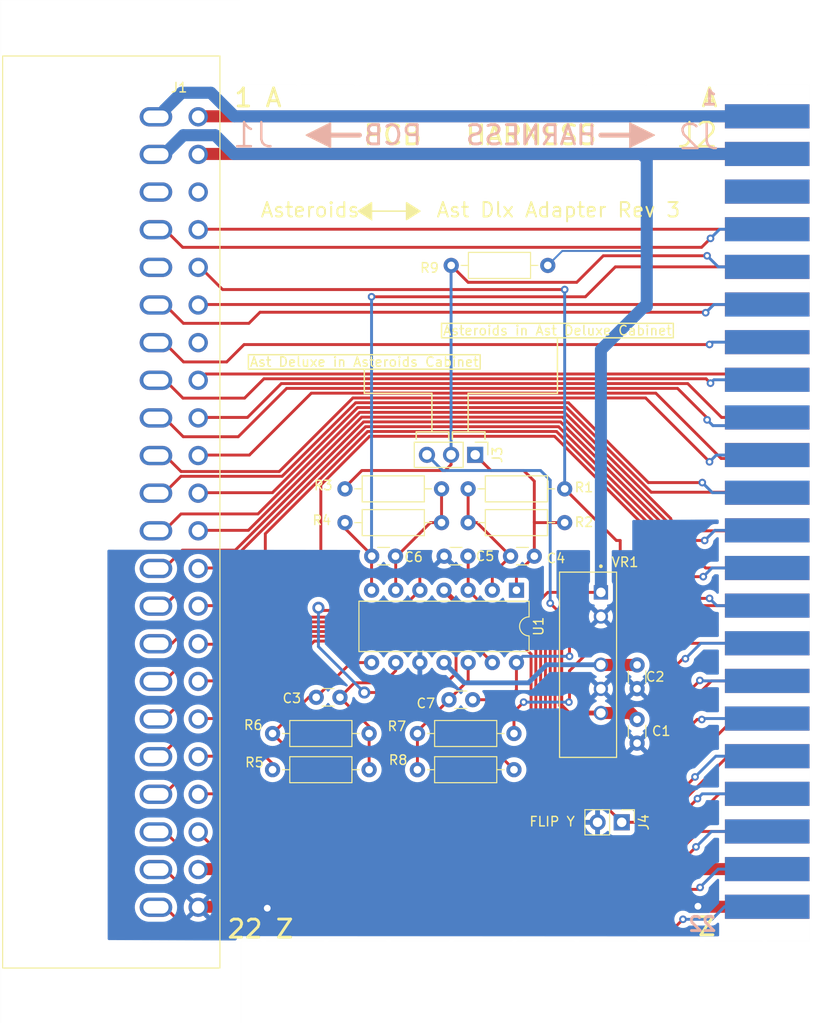
<source format=kicad_pcb>
(kicad_pcb (version 20211014) (generator pcbnew)
  (title_block (title "Asteroids to Asteroids Deluxe Adapter") (date "2022-05-20") (rev "3"))
  (layers (0 "F.Cu" signal) (31 "B.Cu" signal) (34 "B.Paste" user) (35 "F.Paste" user) (36 "B.SilkS" user "B.Silkscreen") (37 "F.SilkS" user "F.Silkscreen") (38 "B.Mask" user) (39 "F.Mask" user) (44 "Edge.Cuts" user))
  (net 0 "")
  (net 1 "+15V")
  (net 2 "GND")
  (net 3 "VCC")
  (net 4 "Audio_1_out")
  (net 5 "Y_FLIPPED")
  (net 6 "-15V")
  (net 7 "Audio_2_out")
  (net 8 "+5V")
  (net 11 "START_1")
  (net 12 "START_2")
  (net 13 "ROT_RIGHT")
  (net 14 "Y_ORIG")
  (net 16 "Audio_2_in")
  (net 17 "COIN_SW1")
  (net 18 "COIN_SW2")
  (net 19 "ROT_LEFT")
  (net 20 "Net-(C4-Pad2)")
  (net 21 "GND2")
  (net 24 "Net-(C3-Pad1)")
  (net 25 "Net-(C4-Pad1)")
  (net 26 "Net-(C6-Pad1)")
  (net 27 "Net-(C7-Pad1)")
  (net 28 "Net-(C7-Pad2)")
  (net 31 "Net-(J1-Pad1)")
  (net 32 "Net-(J1-Pad4)")
  (net 33 "Net-(J1-Pad6)")
  (net 34 "Net-(J1-Pad7)")
  (net 35 "Net-(J1-Pad8)")
  (net 36 "Net-(J1-Pad9)")
  (net 37 "Net-(J1-Pad10)")
  (net 38 "Net-(J1-Pad11)")
  (net 39 "Net-(J1-Pad14)")
  (net 40 "Net-(J1-Pad16)")
  (net 41 "Net-(J1-Pad17)")
  (net 42 "/Y_INV")
  (net 43 "Net-(J1-Pad20)")
  (net 44 "Net-(J1-Pad21)")
  (net 45 "Net-(J1-Pad22)")
  (net 46 "Net-(J1-PadA)")
  (net 47 "Net-(J1-PadD)")
  (net 48 "Net-(J1-PadF)")
  (net 49 "Net-(J1-PadJ)")
  (net 50 "Net-(J1-PadK)")
  (net 51 "Net-(J1-PadL)")
  (net 52 "Net-(J1-PadM)")
  (net 53 "Net-(J1-PadR)")
  (net 54 "Net-(J1-PadT)")
  (net 55 "Net-(J1-PadU)")
  (net 56 "Net-(J1-PadV)")
  (net 57 "Net-(J1-PadW)")
  (net 58 "Net-(J1-PadX)")
  (footprint "Resistor_THT:R_Axial_DIN0207_L6.3mm_D2.5mm_P10.16mm_Horizontal" (layer "F.Cu") (at 145.034 124.714 180)
    (fp_text reference "R8")
    (fp_text value "Yageo 1K ohm 1% thin film TH" hide)
  )
  (footprint "Resistor_THT:R_Axial_DIN0207_L6.3mm_D2.5mm_P10.16mm_Horizontal" (layer "F.Cu") (at 150.368 98.7044 180)
    (fp_text reference "R2")
    (fp_text value "Yageo 10K ohm 1% thin film TH" hide)
  )
  (footprint "Capacitor_THT:C_Disc_D3.0mm_W1.6mm_P2.50mm" (layer "F.Cu") (at 157.988 116.185 90)
    (fp_text reference "C2")
    (fp_text value "Kemet 10 uF 25V MLCC TH" hide)
  )
  (footprint "Resistor_THT:R_Axial_DIN0207_L6.3mm_D2.5mm_P10.16mm_Horizontal" (layer "F.Cu") (at 127.254 98.7044)
    (fp_text reference "R4")
    (fp_text value "Yageo 10K ohm 1% thin film TH" hide)
  )
  (footprint "Resistor_THT:R_Axial_DIN0207_L6.3mm_D2.5mm_P10.16mm_Horizontal" (layer "F.Cu") (at 140.208 95.1484)
    (fp_text reference "R1")
    (fp_text value "Yageo 1K ohm 1% thin film TH" hide)
  )
  (footprint "asteroids-adapter:CONV_PDM1-S5-D15-S" (layer "F.Cu") (at 154.178 106.045 -90)
    (fp_text reference "VR1")
    (fp_text value "CUI  PDM1-S5-D15-S")
  )
  (footprint "Resistor_THT:R_Axial_DIN0207_L6.3mm_D2.5mm_P10.16mm_Horizontal" (layer "F.Cu") (at 129.794 124.714 180)
    (fp_text reference "R5")
    (fp_text value "Yageo 10K ohm 1% thin film TH" hide)
  )
  (footprint "Capacitor_THT:C_Disc_D3.0mm_W1.6mm_P2.50mm" (layer "F.Cu") (at 157.988 121.92 90)
    (fp_text reference "C1")
    (fp_text value "Kemet 10 uF 25V MLCC TH" hide)
  )
  (footprint "Resistor_THT:R_Axial_DIN0207_L6.3mm_D2.5mm_P10.16mm_Horizontal" (layer "F.Cu") (at 134.874 120.904)
    (fp_text reference "R7")
    (fp_text value "Yageo 10K ohm 1% thin film TH" hide)
  )
  (footprint "Capacitor_THT:C_Disc_D3.0mm_W1.6mm_P2.50mm" (layer "F.Cu") (at 126.726 117.094 180)
    (fp_text reference "C3")
    (fp_text value " Kemet MLCC 100 pF 5% 25V TH" hide)
  )
  (footprint "Resistor_THT:R_Axial_DIN0207_L6.3mm_D2.5mm_P10.16mm_Horizontal" (layer "F.Cu") (at 127.254 95.1484)
    (fp_text reference "R3")
    (fp_text value "Yageo 10K ohm 1% thin film TH" hide)
  )
  (footprint "Package_DIP:DIP-14_W7.62mm" (layer "F.Cu") (at 145.293 105.8164 -90)
    (fp_text reference "U1")
    (fp_text value "TL074")
  )
  (footprint "asteroids-adapter:edge 44-pin 0.156 inch" (layer "F.Cu") (at 167.2336 55.9308 -90)
    (fp_text reference "J2")
    (fp_text value "Asteroids harness connector" hide)
  )
  (footprint "asteroids-adapter: EDAC 44-pin edge 0.156 universal" (layer "F.Cu") (at 109.2708 97.5868 -90)
    (fp_text reference "J1")
    (fp_text value "Asteroids Connector EDAC  307-044-558-201  44-pin edge connector, 0.156\" right angle" hide)
  )
  (footprint "Capacitor_THT:C_Disc_D3.0mm_W1.6mm_P2.50mm" (layer "F.Cu") (at 144.673 102.235)
    (fp_text reference "C4")
    (fp_text value " Kemet MLCC 100 pF 5% 25V TH" hide)
  )
  (footprint "Resistor_THT:R_Axial_DIN0207_L6.3mm_D2.5mm_P10.16mm_Horizontal" (layer "F.Cu") (at 119.634 120.904)
    (fp_text reference "R6")
    (fp_text value "Yageo 10K ohm 1% thin film TH" hide)
  )
  (footprint "Capacitor_THT:C_Disc_D3.0mm_W1.6mm_P2.50mm" (layer "F.Cu") (at 132.568 102.235 180)
    (fp_text reference "C6")
    (fp_text value " Kemet MLCC 100 pF 5% 25V TH" hide)
  )
  (footprint "Connector_PinHeader_2.54mm:PinHeader_1x03_P2.54mm_Vertical" (layer "F.Cu") (at 140.955 91.567 -90)
    (fp_text reference "J3")
    (fp_text value "Audio Gain")
  )
  (footprint "Connector_PinHeader_2.54mm:PinHeader_1x02_P2.54mm_Vertical" (layer "F.Cu") (at 156.3674 130.2512 -90)
    (fp_text reference "J4")
    (fp_text value "FLIP Y")
  )
  (footprint "Capacitor_THT:C_Disc_D3.0mm_W1.6mm_P2.50mm" (layer "F.Cu") (at 138.196 117.348)
    (fp_text reference "C7")
    (fp_text value " Kemet MLCC 100 pF 5% 25V TH" hide)
  )
  (footprint "Capacitor_THT:C_Disc_D3.0mm_W1.6mm_P2.50mm" (layer "F.Cu") (at 137.688 102.235)
    (fp_text reference "C5")
    (fp_text value "Kemet 10 uF 25V MLCC TH" hide)
  )
  (footprint "Resistor_THT:R_Axial_DIN0207_L6.3mm_D2.5mm_P10.16mm_Horizontal" (layer "F.Cu") (at 148.59 71.628 180)
    (fp_text reference "R9")
    (fp_text value "Yageo 1Mohm 1% thin film TH_1" hide)
  )
  (gr_poly (pts (xy 125.73 56.642) (xy 123.19 57.912) (xy 125.73 59.182)) (layer "B.SilkS") (width 0.15) (fill solid))
  (gr_poly (pts (xy 157.226 59.182) (xy 159.766 57.912) (xy 157.226 56.642)) (layer "B.SilkS") (width 0.15) (fill solid))
  (gr_line (start 154.178 57.912) (end 159.258 57.912) (layer "B.SilkS") (width 0.508))
  (gr_line (start 128.778 57.912) (end 123.698 57.912) (layer "B.SilkS") (width 0.508))
  (gr_line (start 134.747 89.916) (end 134.747 89.154) (layer "F.SilkS") (width 0.15))
  (gr_line (start 129.286 85.09) (end 136.398 85.09) (layer "F.SilkS") (width 0.15))
  (gr_line (start 140.208 85.09) (end 140.208 89.154) (layer "F.SilkS") (width 0.15))
  (gr_line (start 138.176 89.154) (end 138.176 89.916) (layer "F.SilkS") (width 0.15))
  (gr_poly (pts (xy 125.73 59.182) (xy 123.19 57.912) (xy 125.73 56.642)) (layer "F.SilkS") (width 0.15) (fill solid))
  (gr_line (start 134.747 89.154) (end 138.176 89.154) (layer "F.SilkS") (width 0.15))
  (gr_line (start 129.286 82.55) (end 129.286 85.09) (layer "F.SilkS") (width 0.15))
  (gr_line (start 141.986 89.154) (end 141.986 89.916) (layer "F.SilkS") (width 0.15))
  (gr_line (start 140.208 85.09) (end 149.606 85.09) (layer "F.SilkS") (width 0.15))
  (gr_rect (start 117.094 81.026) (end 141.478 82.55) (layer "F.SilkS") (width 0.15) (fill none))
  (gr_poly (pts (xy 133.731 65.024) (xy 135.128 65.913) (xy 133.731 66.802)) (layer "F.SilkS") (width 0.15) (fill solid))
  (gr_poly (pts (xy 130.048 66.802) (xy 128.651 65.913) (xy 130.048 65.024)) (layer "F.SilkS") (width 0.15) (fill solid))
  (gr_line (start 138.557 89.154) (end 141.986 89.154) (layer "F.SilkS") (width 0.15))
  (gr_line (start 138.557 89.916) (end 138.557 89.154) (layer "F.SilkS") (width 0.15))
  (gr_line (start 129.921 65.913) (end 133.731 65.913) (layer "F.SilkS") (width 0.15))
  (gr_poly (pts (xy 157.226 56.642) (xy 159.766 57.912) (xy 157.226 59.182)) (layer "F.SilkS") (width 0.15) (fill solid))
  (gr_line (start 159.258 57.912) (end 154.178 57.912) (layer "F.SilkS") (width 0.508))
  (gr_line (start 149.606 85.09) (end 149.606 79.248) (layer "F.SilkS") (width 0.15))
  (gr_line (start 136.398 85.09) (end 136.398 89.154) (layer "F.SilkS") (width 0.15))
  (gr_rect (start 137.414 77.724) (end 161.798 79.248) (layer "F.SilkS") (width 0.15) (fill none))
  (gr_line (start 123.698 57.912) (end 128.778 57.912) (layer "F.SilkS") (width 0.508))
  (gr_poly (pts (xy 116.332 142.748) (xy 116.332 151.384) (xy 91.0082 151.384) (xy 91.0082 43.688) (xy 116.197069 43.688) (xy 116.205 52.626833) (xy 176.149 52.6542) (xy 176.149 65.151) (xy 167.1828 65.151) (xy 167.1828 66.54) (xy 176.149 66.54) (xy 176.1744 142.7734)) (layer "Edge.Cuts") (width 0.00254) (fill none))
  (gr_text "J1" (at 117.602 57.912) (layer "B.SilkS") (effects (font (size 2.54 2.54) (thickness 0.254)) (justify mirror)))
  (gr_text "1" (at 165.608 53.975) (layer "B.SilkS") (effects (font (size 1.5 1.5) (thickness 0.3)) (justify mirror)))
  (gr_text "HARNESS   PCB" (at 141.478 57.912) (layer "B.SilkS") (effects (font (size 2.032 2.032) (thickness 0.3)) (justify mirror)))
  (gr_text "22" (at 164.846 140.97) (layer "B.SilkS") (effects (font (size 1.5 1.5) (thickness 0.3)) (justify mirror)))
  (gr_text "J2" (at 164.465 58.1152) (layer "B.SilkS") (effects (font (size 2.54 2.54) (thickness 0.254)) (justify mirror)))
  (gr_text "A" (at 165.608 53.975) (layer "F.SilkS") (effects (font (size 1.905 1.905) (thickness 0.3)) (justify mirror)))
  (gr_text "Asteroids       Ast Dlx Adapter Rev ${REVISION}" (at 140.462 65.786) (layer "F.SilkS") (effects (font (size 1.524 1.524) (thickness 0.2032))))
  (gr_text "PCB   HARNESS" (at 141.478 57.912) (layer "F.SilkS") (effects (font (size 2.032 2.032) (thickness 0.3))))
  (gr_text "Asteroids in Ast Deluxe Cabinet" (at 149.606 78.486) (layer "F.SilkS") (effects (font (size 1 1))))
  (gr_text "Z" (at 165.3286 141.224) (layer "F.SilkS") (effects (font (size 1.905 1.905) (thickness 0.3))))
  (gr_text "22 Z" (at 118.364 141.478) (layer "F.SilkS") (effects (font (size 1.905 1.905) (thickness 0.3))))
  (gr_text "1 A" (at 118.11 53.975) (layer "F.SilkS") (effects (font (size 1.905 1.905) (thickness 0.3))))
  (gr_text "Ast Deluxe in Asteroids Cabinet" (at 129.286 81.788) (layer "F.SilkS") (effects (font (size 1 1))))
  (segment (start 154.178 118.745) (end 150.749 118.745) (width 0.508) (layer "F.Cu") (net 1))
  (segment (start 147.16392 108.04792) (end 139.90452 108.04792) (width 0.508) (layer "F.Cu") (net 1))
  (segment (start 149.95792 110.84192) (end 147.16392 108.04792) (width 0.508) (layer "F.Cu") (net 1))
  (segment (start 139.90452 108.04792) (end 137.673 105.8164) (width 0.508) (layer "F.Cu") (net 1))
  (segment (start 150.749 118.745) (end 149.95792 117.95392) (width 0.508) (layer "F.Cu") (net 1))
  (segment (start 157.313 118.745) (end 157.988 119.42) (width 1.27) (layer "F.Cu") (net 1))
  (segment (start 149.95792 117.95392) (end 149.95792 110.84192) (width 0.508) (layer "F.Cu") (net 1))
  (segment (start 154.258 118.745) (end 157.313 118.745) (width 1.27) (layer "F.Cu") (net 1))
  (segment (start 118.9228 139.1412) (end 119.0752 139.2936) (width 1.27) (layer "F.Cu") (net 2))
  (segment (start 171.6786 139.1412) (end 164.4396 139.1412) (width 1.27) (layer "F.Cu") (net 2))
  (segment (start 111.9886 139.1412) (end 118.9228 139.1412) (width 1.27) (layer "F.Cu") (net 2))
  (segment (start 164.4396 139.1412) (end 164.3888 139.0904) (width 1.27) (layer "F.Cu") (net 2))
  (via (at 119.0752 139.2936) (size 1.27) (drill 0.7112) (layers "F.Cu" "B.Cu") (net 2))
  (via (at 164.3888 139.0904) (size 1.27) (drill 0.7112) (layers "F.Cu" "B.Cu") (net 2))
  (segment (start 111.9886 59.8932) (end 171.6786 59.8932) (width 1.27) (layer "F.Cu") (net 3))
  (segment (start 137.795 93.218) (end 138.415 92.598) (width 0.3048) (layer "F.Cu") (net 4))
  (segment (start 154.432 70.612) (end 165.354 70.612) (width 0.3048) (layer "F.Cu") (net 4))
  (segment (start 138.415 92.598) (end 138.415 91.567) (width 0.3048) (layer "F.Cu") (net 4))
  (segment (start 140.208 73.406) (end 151.638 73.406) (width 0.3048) (layer "F.Cu") (net 4))
  (segment (start 129.032 93.218) (end 137.795 93.218) (width 0.3048) (layer "F.Cu") (net 4))
  (segment (start 138.43 71.628) (end 140.208 73.406) (width 0.3048) (layer "F.Cu") (net 4))
  (segment (start 151.638 73.406) (end 154.432 70.612) (width 0.3048) (layer "F.Cu") (net 4))
  (segment (start 127.254 94.996) (end 129.032 93.218) (width 0.3048) (layer "F.Cu") (net 4))
  (via (at 165.354 70.612) (size 0.8) (drill 0.4) (layers "F.Cu" "B.Cu") (net 4))
  (segment (start 138.415 91.567) (end 138.415 71.643) (width 0.3048) (layer "B.Cu") (net 4))
  (segment (start 165.354 70.612) (end 166.5224 71.7804) (width 0.3048) (layer "B.Cu") (net 4))
  (segment (start 138.415 71.643) (end 138.43 71.628) (width 0.3048) (layer "B.Cu") (net 4))
  (segment (start 166.5224 71.7804) (end 171.6786 71.7804) (width 0.3048) (layer "B.Cu") (net 4))
  (segment (start 121.158 122.428) (end 121.158 125.476) (width 0.3048) (layer "F.Cu") (net 5))
  (segment (start 127.8836 113.4364) (end 130.053 113.4364) (width 0.3048) (layer "F.Cu") (net 5))
  (segment (start 124.226 117.094) (end 127.8836 113.4364) (width 0.3048) (layer "F.Cu") (net 5))
  (segment (start 119.634 120.904) (end 123.444 117.094) (width 0.3048) (layer "F.Cu") (net 5))
  (segment (start 162.5784 126.9816) (end 164.084 125.476) (width 0.3048) (layer "F.Cu") (net 5))
  (segment (start 122.6636 126.9816) (end 162.5784 126.9816) (width 0.3048) (layer "F.Cu") (net 5))
  (segment (start 119.634 120.904) (end 121.158 122.428) (width 0.3048) (layer "F.Cu") (net 5))
  (segment (start 123.444 117.094) (end 124.226 117.094) (width 0.3048) (layer "F.Cu") (net 5))
  (segment (start 121.158 125.476) (end 122.6636 126.9816) (width 0.3048) (layer "F.Cu") (net 5))
  (via (at 164.084 125.476) (size 0.8) (drill 0.4) (layers "F.Cu" "B.Cu") (net 5))
  (segment (start 164.084 125.476) (end 166.2684 123.2916) (width 0.3048) (layer "B.Cu") (net 5))
  (segment (start 166.2684 123.2916) (end 171.6786 123.2916) (width 0.3048) (layer "B.Cu") (net 5))
  (segment (start 157.988 113.685) (end 154.198 113.685) (width 1.27) (layer "F.Cu") (net 6))
  (segment (start 139.8066 115.57) (end 146.558 115.57) (width 0.508) (layer "B.Cu") (net 6))
  (segment (start 137.673 113.4364) (end 139.8066 115.57) (width 0.508) (layer "B.Cu") (net 6))
  (segment (start 148.463 113.665) (end 154.178 113.665) (width 0.508) (layer "B.Cu") (net 6))
  (segment (start 146.558 115.57) (end 148.463 113.665) (width 0.508) (layer "B.Cu") (net 6))
  (segment (start 155.702 71.7804) (end 171.6786 71.7804) (width 0.3048) (layer "F.Cu") (net 7))
  (segment (start 152.5524 74.93) (end 155.702 71.7804) (width 0.3048) (layer "F.Cu") (net 7))
  (segment (start 127.254 99.314) (end 130.068 102.128) (width 0.3048) (layer "F.Cu") (net 7))
  (segment (start 130.053 105.8164) (end 130.053 102.25) (width 0.3048) (layer "F.Cu") (net 7))
  (segment (start 130.048 74.93) (end 152.5524 74.93) (width 0.3048) (layer "F.Cu") (net 7))
  (via (at 130.048 74.93) (size 0.8) (drill 0.4) (layers "F.Cu" "B.Cu") (net 7))
  (segment (start 130.048 74.93) (end 130.048 102.215) (width 0.3048) (layer "B.Cu") (net 7))
  (segment (start 140.213 105.8164) (end 140.213 103.767) (width 0.3048) (layer "F.Cu") (net 8))
  (segment (start 141.8386 107.442) (end 147.193 107.442) (width 0.3048) (layer "F.Cu") (net 8))
  (segment (start 140.213 105.8164) (end 141.8386 107.442) (width 0.3048) (layer "F.Cu") (net 8))
  (segment (start 138.938 112.522) (end 139.78024 111.67976) (width 0.3048) (layer "F.Cu") (net 8))
  (segment (start 124.46 107.66694) (end 124.74306 107.95) (width 0.3048) (layer "F.Cu") (net 8))
  (segment (start 148.59 106.045) (end 154.178 106.045) (width 0.3048) (layer "F.Cu") (net 8))
  (segment (start 140.213 103.767) (end 140.213 102.26) (width 0.3048) (layer "F.Cu") (net 8))
  (segment (start 129.286 116.586) (end 136.906 116.586) (width 0.3048) (layer "F.Cu") (net 8))
  (segment (start 132.9994 107.95) (end 135.133 105.8164) (width 0.3048) (layer "F.Cu") (net 8))
  (segment (start 135.613 103.767) (end 135.133 104.247) (width 0.3048) (layer "F.Cu") (net 8))
  (segment (start 135.133 104.247) (end 135.133 105.8164) (width 0.3048) (layer "F.Cu") (net 8))
  (segment (start 138.938 114.554) (end 138.938 112.522) (width 0.3048) (layer "F.Cu") (net 8))
  (segment (start 147.193 107.442) (end 148.59 106.045) (width 0.3048) (layer "F.Cu") (net 8))
  (segment (start 124.74306 107.95) (end 132.9994 107.95) (width 0.3048) (layer "F.Cu") (net 8))
  (segment (start 140.99636 111.67976) (end 142.753 113.4364) (width 0.3048) (layer "F.Cu") (net 8))
  (segment (start 139.78024 111.67976) (end 140.99636 111.67976) (width 0.3048) (layer "F.Cu") (net 8))
  (segment (start 136.906 116.586) (end 138.938 114.554) (width 0.3048) (layer "F.Cu") (net 8))
  (segment (start 140.213 103.767) (end 135.613 103.767) (width 0.3048) (layer "F.Cu") (net 8))
  (via (at 129.286 116.586) (size 1.27) (drill 0.7112) (layers "F.Cu" "B.Cu") (net 8))
  (via (at 124.46 107.66694) (size 1.27) (drill 0.7112) (layers "F.Cu" "B.Cu") (net 8))
  (segment (start 158.4452 59.8932) (end 115.5732 59.8932) (width 1.27) (layer "B.Cu") (net 8))
  (segment (start 154.178 106.045) (end 154.178 80.518) (width 1.27) (layer "B.Cu") (net 8))
  (segment (start 150.114 70.104) (end 159.004 70.104) (width 0.2) (layer "B.Cu") (net 8))
  (segment (start 171.6786 59.8932) (end 158.4452 59.8932) (width 1.27) (layer "B.Cu") (net 8))
  (segment (start 113.6 57.92) (end 110.2464 57.92) (width 1.27) (layer "B.Cu") (net 8))
  (segment (start 159.004 75.946) (end 159.004 71.628) (width 1.27) (layer "B.Cu") (net 8))
  (segment (start 154.178 80.518) (end 158.75 75.946) (width 1.27) (layer "B.Cu") (net 8))
  (segment (start 159.004 71.628) (end 159.004 60.452) (width 1.27) (layer "B.Cu") (net 8))
  (segment (start 159.004 60.452) (end 158.4452 59.8932) (width 1.27) (layer "B.Cu") (net 8))
  (segment (start 158.75 75.946) (end 159.004 75.946) (width 1.27) (layer "B.Cu") (net 8))
  (segment (start 115.5732 59.8932) (end 113.6 57.92) (width 1.27) (layer "B.Cu") (net 8))
  (segment (start 110.2464 57.92) (end 108.274 59.8924) (width 1.27) (layer "B.Cu") (net 8))
  (segment (start 124.46 111.76) (end 124.46 107.66694) (width 0.3048) (layer "B.Cu") (net 8))
  (segment (start 129.286 116.586) (end 124.46 111.76) (width 0.3048) (layer "B.Cu") (net 8))
  (segment (start 148.59 71.628) (end 150.114 70.104) (width 0.2) (layer "B.Cu") (net 8))
  (segment (start 108.274 99.5164) (end 110.0004 97.79) (width 0.3048) (layer "F.Cu") (net 11))
  (segment (start 110.0004 97.79) (end 118.09992 97.79) (width 0.3048) (layer "F.Cu") (net 11))
  (segment (start 161.52928 98.2732) (end 161.52928 98.380848) (width 0.3048) (layer "F.Cu") (net 11))
  (segment (start 161.52928 98.380848) (end 162.716432 99.568) (width 0.3048) (layer "F.Cu") (net 11))
  (segment (start 118.09992 97.79) (end 128.79736 87.09256) (width 0.3048) (layer "F.Cu") (net 11))
  (segment (start 162.716432 99.568) (end 171.6278 99.568) (width 0.3048) (layer "F.Cu") (net 11))
  (segment (start 128.79736 87.09256) (end 150.34864 87.09256) (width 0.3048) (layer "F.Cu") (net 11))
  (segment (start 150.34864 87.09256) (end 161.52928 98.2732) (width 0.3048) (layer "F.Cu") (net 11))
  (segment (start 115.716352 101.6) (end 129.215152 88.1012) (width 0.3048) (layer "F.Cu") (net 12))
  (segment (start 160.52064 98.79864) (end 165.2016 103.4796) (width 0.3048) (layer "F.Cu") (net 12))
  (segment (start 108.274 103.4788) (end 110.1528 101.6) (width 0.3048) (layer "F.Cu") (net 12))
  (segment (start 110.1528 101.6) (end 115.716352 101.6) (width 0.3048) (layer "F.Cu") (net 12))
  (segment (start 149.930848 88.1012) (end 160.52064 98.690992) (width 0.3048) (layer "F.Cu") (net 12))
  (segment (start 129.215152 88.1012) (end 149.930848 88.1012) (width 0.3048) (layer "F.Cu") (net 12))
  (segment (start 165.2016 103.4796) (end 171.6786 103.4796) (width 0.3048) (layer "F.Cu") (net 12))
  (segment (start 160.52064 98.690992) (end 160.52064 98.79864) (width 0.3048) (layer "F.Cu") (net 12))
  (segment (start 121.126324 108.65384) (end 146.75384 108.65384) (width 0.3048) (layer "F.Cu") (net 13))
  (segment (start 161.036 122.682) (end 161.036 112.522) (width 0.3048) (layer "F.Cu") (net 13))
  (segment (start 149.352 111.252) (end 149.352 123.746784) (width 0.3048) (layer "F.Cu") (net 13))
  (segment (start 149.557216 123.952) (end 159.766 123.952) (width 0.3048) (layer "F.Cu") (net 13))
  (segment (start 149.352 123.746784) (end 149.557216 123.952) (width 0.3048) (layer "F.Cu") (net 13))
  (segment (start 108.274 111.4036) (end 109.0684 111.4036) (width 0.3048) (layer "F.Cu") (net 13))
  (segment (start 162.1536 111.4044) (end 171.6786 111.4044) (width 0.3048) (layer "F.Cu") (net 13))
  (segment (start 146.75384 108.65384) (end 149.352 111.252) (width 0.3048) (layer "F.Cu") (net 13))
  (segment (start 109.0684 111.4036) (end 110.9472 109.5248) (width 0.3048) (layer "F.Cu") (net 13))
  (segment (start 159.766 123.952) (end 161.036 122.682) (width 0.3048) (layer "F.Cu") (net 13))
  (segment (start 110.9472 109.5248) (end 120.255364 109.5248) (width 0.3048) (layer "F.Cu") (net 13))
  (segment (start 161.036 112.522) (end 162.1536 111.4044) (width 0.3048) (layer "F.Cu") (net 13))
  (segment (start 120.255364 109.5248) (end 121.126324 108.65384) (width 0.3048) (layer "F.Cu") (net 13))
  (segment (start 108.274 122.866) (end 109.982 121.158) (width 0.3048) (layer "F.Cu") (net 14))
  (segment (start 109.982 121.158) (end 116.713 121.158) (width 0.3048) (layer "F.Cu") (net 14))
  (segment (start 116.713 121.158) (end 119.634 124.079) (width 0.3048) (layer "F.Cu") (net 14))
  (segment (start 156.21 100.584) (end 155.8036 100.584) (width 0.3048) (layer "F.Cu") (net 16))
  (segment (start 150.368 74.168) (end 114.3762 74.168) (width 0.3048) (layer "F.Cu") (net 16))
  (segment (start 150.876 117.53742) (end 150.876 114.3) (width 0.3048) (layer "F.Cu") (net 16))
  (segment (start 150.876 114.3) (end 156.21 108.966) (width 0.3048) (layer "F.Cu") (net 16))
  (segment (start 114.3762 74.168) (end 111.9886 71.7804) (width 0.3048) (layer "F.Cu") (net 16))
  (segment (start 146.05 117.602) (end 145.034 118.618) (width 0.3048) (layer "F.Cu") (net 16))
  (segment (start 145.034 118.618) (end 145.034 120.904) (width 0.3048) (layer "F.Cu") (net 16))
  (segment (start 150.812226 117.601194) (end 150.876 117.53742) (width 0.3048) (layer "F.Cu") (net 16))
  (segment (start 156.21 108.966) (end 156.21 100.584) (width 0.3048) (layer "F.Cu") (net 16))
  (segment (start 155.8036 100.584) (end 150.368 95.1484) (width 0.3048) (layer "F.Cu") (net 16))
  (via (at 150.812226 117.601194) (size 0.8) (drill 0.4) (layers "F.Cu" "B.Cu") (net 16))
  (via (at 146.05 117.602) (size 0.8) (drill 0.4) (layers "F.Cu" "B.Cu") (net 16))
  (via (at 150.368 74.168) (size 0.8) (drill 0.4) (layers "F.Cu" "B.Cu") (net 16))
  (segment (start 146.05 117.602) (end 150.81142 117.602) (width 0.3048) (layer "B.Cu") (net 16))
  (segment (start 150.81142 117.602) (end 150.812226 117.601194) (width 0.3048) (layer "B.Cu") (net 16))
  (segment (start 150.368 74.168) (end 150.368 95.1484) (width 0.3048) (layer "B.Cu") (net 16))
  (segment (start 163.019216 100.584) (end 161.02496 98.589744) (width 0.3048) (layer "F.Cu") (net 17))
  (segment (start 117.086736 99.5164) (end 111.83 99.5164) (width 0.3048) (layer "F.Cu") (net 17))
  (segment (start 165.1 100.584) (end 163.019216 100.584) (width 0.3048) (layer "F.Cu") (net 17))
  (segment (start 150.139744 87.59688) (end 129.006256 87.59688) (width 0.3048) (layer "F.Cu") (net 17))
  (segment (start 161.02496 98.482096) (end 150.139744 87.59688) (width 0.3048) (layer "F.Cu") (net 17))
  (segment (start 129.006256 87.59688) (end 117.086736 99.5164) (width 0.3048) (layer "F.Cu") (net 17))
  (segment (start 161.02496 98.589744) (end 161.02496 98.482096) (width 0.3048) (layer "F.Cu") (net 17))
  (via (at 165.1 100.584) (size 0.8) (drill 0.4) (layers "F.Cu" "B.Cu") (net 17))
  (segment (start 166.1668 99.5172) (end 171.6786 99.5172) (width 0.3048) (layer "B.Cu") (net 17))
  (segment (start 165.1 100.584) (end 166.1668 99.5172) (width 0.3048) (layer "B.Cu") (net 17))
  (segment (start 129.424048 88.60552) (end 114.550768 103.4788) (width 0.3048) (layer "F.Cu") (net 18))
  (segment (start 114.550768 103.4788) (end 111.83 103.4788) (width 0.3048) (layer "F.Cu") (net 18))
  (segment (start 164.9476 104.394) (end 163.068 104.394) (width 0.3048) (layer "F.Cu") (net 18))
  (segment (start 149.721952 88.60552) (end 129.424048 88.60552) (width 0.3048) (layer "F.Cu") (net 18))
  (segment (start 163.068 104.394) (end 160.01632 101.34232) (width 0.3048) (layer "F.Cu") (net 18))
  (segment (start 160.01632 98.899888) (end 149.721952 88.60552) (width 0.3048) (layer "F.Cu") (net 18))
  (segment (start 160.01632 101.34232) (end 160.01632 98.899888) (width 0.3048) (layer "F.Cu") (net 18))
  (via (at 164.9476 104.394) (size 0.8) (drill 0.4) (layers "F.Cu" "B.Cu") (net 18))
  (segment (start 164.9476 104.394) (end 165.862 103.4796) (width 0.3048) (layer "B.Cu") (net 18))
  (segment (start 165.862 103.4796) (end 171.6786 103.4796) (width 0.3048) (layer "B.Cu") (net 18))
  (segment (start 118.98738 111.506) (end 121.33522 109.15816) (width 0.3048) (layer "F.Cu") (net 19))
  (segment (start 161.54032 122.93968) (end 161.54032 114.3) (width 0.3048) (layer "F.Cu") (net 19))
  (segment (start 121.33522 109.15816) (end 146.544944 109.15816) (width 0.3048) (layer "F.Cu") (net 19))
  (segment (start 161.54032 114.3) (end 162.81032 113.03) (width 0.3048) (layer "F.Cu") (net 19))
  (segment (start 112.0902 111.506) (end 118.98738 111.506) (width 0.3048) (layer "F.Cu") (net 19))
  (segment (start 148.84768 123.95568) (end 149.352 124.46) (width 0.3048) (layer "F.Cu") (net 19))
  (segment (start 160.02 124.46) (end 161.54032 122.93968) (width 0.3048) (layer "F.Cu") (net 19))
  (segment (start 146.544944 109.15816) (end 148.84768 111.460896) (width 0.3048) (layer "F.Cu") (net 19))
  (segment (start 162.81032 113.03) (end 163.068 113.03) (width 0.3048) (layer "F.Cu") (net 19))
  (segment (start 148.84768 111.460896) (end 148.84768 123.95568) (width 0.3048) (layer "F.Cu") (net 19))
  (segment (start 149.352 124.46) (end 160.02 124.46) (width 0.3048) (layer "F.Cu") (net 19))
  (via (at 163.068 113.03) (size 0.8) (drill 0.4) (layers "F.Cu" "B.Cu") (net 19))
  (segment (start 164.6936 111.4044) (end 171.6786 111.4044) (width 0.3048) (layer "B.Cu") (net 19))
  (segment (start 163.068 113.03) (end 164.6936 111.4044) (width 0.3048) (layer "B.Cu") (net 19))
  (segment (start 147.173 98.659) (end 147.173 94.341) (width 0.3048) (layer "F.Cu") (net 20))
  (segment (start 147.173 98.659) (end 147.2184 98.7044) (width 0.3048) (layer "F.Cu") (net 20))
  (segment (start 142.606 93.218) (end 140.955 91.567) (width 0.3048) (layer "F.Cu") (net 20))
  (segment (start 147.2184 98.7044) (end 150.368 98.7044) (width 0.3048) (layer "F.Cu") (net 20))
  (segment (start 145.293 105.8164) (end 145.293 104.115) (width 0.3048) (layer "F.Cu") (net 20))
  (segment (start 146.05 93.218) (end 142.606 93.218) (width 0.3048) (layer "F.Cu") (net 20))
  (segment (start 145.293 104.115) (end 147.173 102.235) (width 0.3048) (layer "F.Cu") (net 20))
  (segment (start 147.173 94.341) (end 146.05 93.218) (width 0.3048) (layer "F.Cu") (net 20))
  (segment (start 147.173 98.659) (end 147.173 102.235) (width 0.3048) (layer "F.Cu") (net 20))
  (segment (start 111.9886 135.1788) (end 171.6786 135.1788) (width 1.27) (layer "F.Cu") (net 21))
  (segment (start 126.726 117.094) (end 128.25 115.57) (width 0.3048) (layer "F.Cu") (net 24))
  (segment (start 131.318 115.57) (end 132.593 114.295) (width 0.3048) (layer "F.Cu") (net 24))
  (segment (start 129.794 120.904) (end 129.794 124.714) (width 0.3048) (layer "F.Cu") (net 24))
  (segment (start 128.25 115.57) (end 131.318 115.57) (width 0.3048) (layer "F.Cu") (net 24))
  (segment (start 126.726 117.094) (end 129.794 120.162) (width 0.3048) (layer "F.Cu") (net 24))
  (segment (start 129.794 120.162) (end 129.794 120.904) (width 0.3048) (layer "F.Cu") (net 24))
  (segment (start 140.208 98.7044) (end 140.208 95.1484) (width 0.3048) (layer "F.Cu") (net 25))
  (segment (start 142.753 105.8164) (end 142.753 104.155) (width 0.3048) (layer "F.Cu") (net 25))
  (segment (start 141.1424 98.7044) (end 140.208 98.7044) (width 0.3048) (layer "F.Cu") (net 25))
  (segment (start 142.753 104.155) (end 144.673 102.235) (width 0.3048) (layer "F.Cu") (net 25))
  (segment (start 144.673 102.235) (end 141.1424 98.7044) (width 0.3048) (layer "F.Cu") (net 25))
  (segment (start 132.715 102.235) (end 136.2456 98.7044) (width 0.3048) (layer "F.Cu") (net 26))
  (segment (start 137.414 95.1484) (end 137.414 98.7044) (width 0.3048) (layer "F.Cu") (net 26))
  (segment (start 132.593 105.8164) (end 132.593 102.26) (width 0.3048) (layer "F.Cu") (net 26))
  (segment (start 136.2456 98.7044) (end 137.414 98.7044) (width 0.3048) (layer "F.Cu") (net 26))
  (segment (start 138.196 117.328) (end 140.213 115.311) (width 0.3048) (layer "F.Cu") (net 27))
  (segment (start 138.196 117.348) (end 134.874 120.67) (width 0.3048) (layer "F.Cu") (net 27))
  (segment (start 140.213 115.311) (end 140.213 113.4364) (width 0.3048) (layer "F.Cu") (net 27))
  (segment (start 134.874 120.904) (end 134.874 124.714) (width 0.3048) (layer "F.Cu") (net 27))
  (segment (start 143.891 117.729) (end 145.293 116.327) (width 0.3048) (layer "F.Cu") (net 28))
  (segment (start 150.876 109.22) (end 150.876 112.776) (width 0.3048) (layer "F.Cu") (net 28))
  (segment (start 143.256 122.936) (end 143.256 118.364) (width 0.3048) (layer "F.Cu") (net 28))
  (segment (start 148.844 107.188) (end 150.876 109.22) (width 0.3048) (layer "F.Cu") (net 28))
  (segment (start 143.256 118.364) (end 143.891 117.729) (width 0.3048) (layer "F.Cu") (net 28))
  (segment (start 143.51 117.348) (end 143.891 117.729) (width 0.3048) (layer "F.Cu") (net 28))
  (segment (start 145.034 124.714) (end 143.256 122.936) (width 0.3048) (layer "F.Cu") (net 28))
  (segment (start 140.696 117.348) (end 143.51 117.348) (width 0.3048) (layer "F.Cu") (net 28))
  (segment (start 145.293 116.327) (end 145.293 113.4364) (width 0.3048) (layer "F.Cu") (net 28))
  (via (at 150.876 112.776) (size 0.8) (drill 0.4) (layers "F.Cu" "B.Cu") (net 28))
  (via (at 148.844 107.188) (size 0.8) (drill 0.4) (layers "F.Cu" "B.Cu") (net 28))
  (segment (start 137.526 93.218) (end 135.875 91.567) (width 0.3048) (layer "B.Cu") (net 28))
  (segment (start 150.876 112.776) (end 145.9534 112.776) (width 0.3048) (layer "B.Cu") (net 28))
  (segment (start 148.844 94.234) (end 147.828 93.218) (width 0.3048) (layer "B.Cu") (net 28))
  (segment (start 145.9534 112.776) (end 145.293 113.4364) (width 0.3048) (layer "B.Cu") (net 28))
  (segment (start 147.828 93.218) (end 137.526 93.218) (width 0.3048) (layer "B.Cu") (net 28))
  (segment (start 148.844 107.188) (end 148.844 94.234) (width 0.3048) (layer "B.Cu") (net 28))
  (segment (start 110.06 53.45) (end 108.274 55.236) (width 1.27) (layer "B.Cu") (net 31))
  (segment (start 108.274 55.236) (end 108.274 55.93) (width 1.27) (layer "B.Cu") (net 31))
  (segment (start 113.14 53.45) (end 110.06 53.45) (width 1.27) (layer "B.Cu") (net 31))
  (segment (start 115.6208 55.9308) (end 113.14 53.45) (width 1.27) (layer "B.Cu") (net 31))
  (segment (start 171.6786 55.9308) (end 115.6208 55.9308) (width 1.27) (layer "B.Cu") (net 31))
  (segment (start 164.7698 69.723) (end 165.7096 68.7832) (width 0.3048) (layer "F.Cu") (net 32))
  (segment (start 108.274 67.8172) (end 110.1798 69.723) (width 0.3048) (layer "F.Cu") (net 32))
  (segment (start 110.1798 69.723) (end 164.7698 69.723) (width 0.3048) (layer "F.Cu") (net 32))
  (via (at 165.7096 68.7832) (size 0.8) (drill 0.4) (layers "F.Cu" "B.Cu") (net 32))
  (segment (start 166.6748 67.818) (end 171.6786 67.818) (width 0.3048) (layer "B.Cu") (net 32))
  (segment (start 165.7096 68.7832) (end 166.6748 67.818) (width 0.3048) (layer "B.Cu") (net 32))
  (segment (start 108.274 75.742) (end 110.256 77.724) (width 0.3048) (layer "F.Cu") (net 33))
  (segment (start 117.1448 77.724) (end 118.3132 76.5556) (width 0.3048) (layer "F.Cu") (net 33))
  (segment (start 118.3132 76.5556) (end 165.1508 76.5556) (width 0.3048) (layer "F.Cu") (net 33))
  (segment (start 165.1508 76.5556) (end 165.2016 76.6064) (width 0.3048) (layer "F.Cu") (net 33))
  (segment (start 110.256 77.724) (end 117.1448 77.724) (width 0.3048) (layer "F.Cu") (net 33))
  (via (at 165.2016 76.6064) (size 0.8) (drill 0.4) (layers "F.Cu" "B.Cu") (net 33))
  (segment (start 166.0652 75.7428) (end 171.6786 75.7428) (width 0.3048) (layer "B.Cu") (net 33))
  (segment (start 165.2016 76.6064) (end 166.0652 75.7428) (width 0.3048) (layer "B.Cu") (net 33))
  (segment (start 114.808 81.788) (end 116.6368 79.9592) (width 0.3048) (layer "F.Cu") (net 34))
  (segment (start 110.2664 81.788) (end 114.808 81.788) (width 0.3048) (layer "F.Cu") (net 34))
  (segment (start 108.274 79.7956) (end 110.2664 81.788) (width 0.3048) (layer "F.Cu") (net 34))
  (segment (start 165.608 79.952) (end 165.61 79.95) (width 0.3048) (layer "F.Cu") (net 34))
  (segment (start 116.6368 79.9592) (end 165.608 79.9592) (width 0.3048) (layer "F.Cu") (net 34))
  (segment (start 165.608 79.9592) (end 165.608 79.952) (width 0.3048) (layer "F.Cu") (net 34))
  (via (at 165.61 79.95) (size 0.8) (drill 0.4) (layers "F.Cu" "B.Cu") (net 34))
  (segment (start 165.61 79.95) (end 165.8548 79.7052) (width 0.3048) (layer "B.Cu") (net 34))
  (segment (start 165.8548 79.7052) (end 171.6786 79.7052) (width 0.3048) (layer "B.Cu") (net 34))
  (segment (start 165.24872 83.56232) (end 118.72328 83.56232) (width 0.3048) (layer "F.Cu") (net 35))
  (segment (start 110.2052 85.598) (end 108.274 83.6668) (width 0.3048) (layer "F.Cu") (net 35))
  (segment (start 165.7096 84.0232) (end 165.24872 83.56232) (width 0.3048) (layer "F.Cu") (net 35))
  (segment (start 116.6876 85.598) (end 110.2052 85.598) (width 0.3048) (layer "F.Cu") (net 35))
  (segment (start 118.72328 83.56232) (end 116.6876 85.598) (width 0.3048) (layer "F.Cu") (net 35))
  (via (at 165.7096 84.0232) (size 0.8) (drill 0.4) (layers "F.Cu" "B.Cu") (net 35))
  (segment (start 165.7096 84.0232) (end 166.0652 83.6676) (width 0.3048) (layer "B.Cu") (net 35))
  (segment (start 166.0652 83.6676) (end 171.6786 83.6676) (width 0.3048) (layer "B.Cu") (net 35))
  (segment (start 162.24416 84.57096) (end 165.354 87.6808) (width 0.3048) (layer "F.Cu") (net 36))
  (segment (start 165.354 87.6808) (end 165.354 87.884) (width 0.3048) (layer "F.Cu") (net 36))
  (segment (start 108.274 87.7) (end 110.236 89.662) (width 0.3048) (layer "F.Cu") (net 36))
  (segment (start 116.023748 89.662) (end 121.114788 84.57096) (width 0.3048) (layer "F.Cu") (net 36))
  (segment (start 121.114788 84.57096) (end 162.24416 84.57096) (width 0.3048) (layer "F.Cu") (net 36))
  (segment (start 110.236 89.662) (end 116.023748 89.662) (width 0.3048) (layer "F.Cu") (net 36))
  (via (at 165.354 87.884) (size 0.8) (drill 0.4) (layers "F.Cu" "B.Cu") (net 36))
  (segment (start 165.354 87.884) (end 165.9636 88.4936) (width 0.3048) (layer "B.Cu") (net 36))
  (segment (start 165.9636 88.4936) (end 170.815 88.4936) (width 0.3048) (layer "B.Cu") (net 36))
  (segment (start 158.884 85.5796) (end 165.608 92.3036) (width 0.3048) (layer "F.Cu") (net 37))
  (segment (start 120.34152 93.32328) (end 128.0852 85.5796) (width 0.3048) (layer "F.Cu") (net 37))
  (segment (start 110.00568 93.32328) (end 120.34152 93.32328) (width 0.3048) (layer "F.Cu") (net 37))
  (segment (start 108.274 91.5916) (end 110.00568 93.32328) (width 0.3048) (layer "F.Cu") (net 37))
  (segment (start 128.0852 85.5796) (end 158.884 85.5796) (width 0.3048) (layer "F.Cu") (net 37))
  (via (at 165.608 92.3036) (size 0.8) (drill 0.4) (layers "F.Cu" "B.Cu") (net 37))
  (segment (start 165.608 92.3036) (end 166.3192 91.5924) (width 0.3048) (layer "B.Cu") (net 37))
  (segment (start 166.3192 91.5924) (end 171.6786 91.5924) (width 0.3048) (layer "B.Cu") (net 37))
  (segment (start 108.274 95.554) (end 110.0004 93.8276) (width 0.3048) (layer "F.Cu") (net 38))
  (segment (start 159.170512 94.488) (end 164.846 94.488) (width 0.3048) (layer "F.Cu") (net 38))
  (segment (start 110.0004 93.8276) (end 120.635888 93.8276) (width 0.3048) (layer "F.Cu") (net 38))
  (segment (start 120.635888 93.8276) (end 128.379568 86.08392) (width 0.3048) (layer "F.Cu") (net 38))
  (segment (start 150.766432 86.08392) (end 159.170512 94.488) (width 0.3048) (layer "F.Cu") (net 38))
  (segment (start 128.379568 86.08392) (end 150.766432 86.08392) (width 0.3048) (layer "F.Cu") (net 38))
  (via (at 164.846 94.488) (size 0.8) (drill 0.4) (layers "F.Cu" "B.Cu") (net 38))
  (segment (start 164.846 94.488) (end 165.9128 95.5548) (width 0.3048) (layer "B.Cu") (net 38))
  (segment (start 165.9128 95.5548) (end 171.6786 95.5548) (width 0.3048) (layer "B.Cu") (net 38))
  (segment (start 149.513056 89.10984) (end 129.632944 89.10984) (width 0.3048) (layer "F.Cu") (net 39))
  (segment (start 160.479216 106.68) (end 159.512 105.712784) (width 0.3048) (layer "F.Cu") (net 39))
  (segment (start 118.872 104.394) (end 117.7036 105.5624) (width 0.3048) (layer "F.Cu") (net 39))
  (segment (start 117.7036 105.5624) (end 110.1528 105.5624) (width 0.3048) (layer "F.Cu") (net 39))
  (segment (start 159.512 99.108784) (end 149.513056 89.10984) (width 0.3048) (layer "F.Cu") (net 39))
  (segment (start 118.872 99.870784) (end 118.872 104.394) (width 0.3048) (layer "F.Cu") (net 39))
  (segment (start 159.512 105.712784) (end 159.512 99.108784) (width 0.3048) (layer "F.Cu") (net 39))
  (segment (start 129.632944 89.10984) (end 118.872 99.870784) (width 0.3048) (layer "F.Cu") (net 39))
  (segment (start 165.608 106.68) (end 160.479216 106.68) (width 0.3048) (layer "F.Cu") (net 39))
  (segment (start 110.1528 105.5624) (end 108.274 107.4412) (width 0.3048) (layer "F.Cu") (net 39))
  (via (at 165.608 106.68) (size 0.8) (drill 0.4) (layers "F.Cu" "B.Cu") (net 39))
  (segment (start 166.37 107.442) (end 171.6786 107.442) (width 0.3048) (layer "B.Cu") (net 39))
  (segment (start 165.608 106.68) (end 166.37 107.442) (width 0.3048) (layer "B.Cu") (net 39))
  (segment (start 122.796304 109.66248) (end 119.022384 113.4364) (width 0.3048) (layer "F.Cu") (net 40))
  (segment (start 162.05568 117.85232) (end 162.05568 123.137536) (width 0.3048) (layer "F.Cu") (net 40))
  (segment (start 162.05568 123.137536) (end 160.228896 124.96432) (width 0.3048) (layer "F.Cu") (net 40))
  (segment (start 146.336048 109.66248) (end 122.796304 109.66248) (width 0.3048) (layer "F.Cu") (net 40))
  (segment (start 110.2036 113.4364) (end 108.274 115.366) (width 0.3048) (layer "F.Cu") (net 40))
  (segment (start 148.34336 111.669792) (end 146.336048 109.66248) (width 0.3048) (layer "F.Cu") (net 40))
  (segment (start 160.228896 124.96432) (end 149.143104 124.96432) (width 0.3048) (layer "F.Cu") (net 40))
  (segment (start 119.022384 113.4364) (end 110.2036 113.4364) (width 0.3048) (layer "F.Cu") (net 40))
  (segment (start 164.592 115.316) (end 162.05568 117.85232) (width 0.3048) (layer "F.Cu") (net 40))
  (segment (start 148.34336 124.164576) (end 148.34336 111.669792) (width 0.3048) (layer "F.Cu") (net 40))
  (segment (start 149.143104 124.96432) (end 148.34336 124.164576) (width 0.3048) (layer "F.Cu") (net 40))
  (via (at 164.592 115.316) (size 0.8) (drill 0.4) (layers "F.Cu" "B.Cu") (net 40))
  (segment (start 164.592 115.316) (end 164.6428 115.3668) (width 0.3048) (layer "B.Cu") (net 40))
  (segment (start 164.6428 115.3668) (end 171.6786 115.3668) (width 0.3048) (layer "B.Cu") (net 40))
  (segment (start 163.576 120.142) (end 164.2872 119.4308) (width 0.3048) (layer "F.Cu") (net 41))
  (segment (start 123.51688 110.67112) (end 145.918256 110.67112) (width 0.3048) (layer "F.Cu") (net 41))
  (segment (start 147.33472 112.087584) (end 147.33472 124.582368) (width 0.3048) (layer "F.Cu") (net 41))
  (segment (start 110.2544 117.348) (end 116.84 117.348) (width 0.3048) (layer "F.Cu") (net 41))
  (segment (start 116.84 117.348) (end 123.51688 110.67112) (width 0.3048) (layer "F.Cu") (net 41))
  (segment (start 164.2872 119.4308) (end 164.7952 119.4308) (width 0.3048) (layer "F.Cu") (net 41))
  (segment (start 148.725312 125.97296) (end 160.841824 125.97296) (width 0.3048) (layer "F.Cu") (net 41))
  (segment (start 147.33472 124.582368) (end 148.725312 125.97296) (width 0.3048) (layer "F.Cu") (net 41))
  (segment (start 160.841824 125.97296) (end 163.576 123.238784) (width 0.3048) (layer "F.Cu") (net 41))
  (segment (start 145.918256 110.67112) (end 147.33472 112.087584) (width 0.3048) (layer "F.Cu") (net 41))
  (segment (start 163.576 123.238784) (end 163.576 120.142) (width 0.3048) (layer "F.Cu") (net 41))
  (segment (start 108.274 119.3284) (end 110.2544 117.348) (width 0.3048) (layer "F.Cu") (net 41))
  (via (at 164.7952 119.4308) (size 0.8) (drill 0.4) (layers "F.Cu" "B.Cu") (net 41))
  (segment (start 164.8968 119.3292) (end 171.6786 119.3292) (width 0.3048) (layer "B.Cu") (net 41))
  (segment (start 164.7952 119.4308) (end 164.8968 119.3292) (width 0.3048) (layer "B.Cu") (net 41))
  (segment (start 161.8488 130.2512) (end 164.338 127.762) (width 0.3048) (layer "F.Cu") (net 42))
  (segment (start 118.491 128.143) (end 154.2592 128.143) (width 0.3048) (layer "F.Cu") (net 42))
  (segment (start 110.2036 125.3236) (end 115.6716 125.3236) (width 0.3048) (layer "F.Cu") (net 42))
  (segment (start 154.2592 128.143) (end 156.3674 130.2512) (width 0.3048) (layer "F.Cu") (net 42))
  (segment (start 156.3674 130.2512) (end 161.8488 130.2512) (width 0.3048) (layer "F.Cu") (net 42))
  (segment (start 115.6716 125.3236) (end 118.491 128.143) (width 0.3048) (layer "F.Cu") (net 42))
  (segment (start 108.274 127.2532) (end 110.2036 125.3236) (width 0.3048) (layer "F.Cu") (net 42))
  (via (at 164.338 127.762) (size 0.8) (drill 0.4) (layers "F.Cu" "B.Cu") (net 42))
  (segment (start 164.846 127.254) (end 171.6786 127.254) (width 0.3048) (layer "B.Cu") (net 42))
  (segment (start 164.338 127.762) (end 164.846 127.254) (width 0.3048) (layer "B.Cu") (net 42))
  (segment (start 108.274 131.2156) (end 110.6116 133.5532) (width 0.3048) (layer "F.Cu") (net 43))
  (segment (start 110.6116 133.5532) (end 163.4744 133.5532) (width 0.3048) (layer "F.Cu") (net 43))
  (segment (start 163.4744 133.5532) (end 164.1856 132.842) (width 0.3048) (layer "F.Cu") (net 43))
  (via (at 164.1856 132.842) (size 0.8) (drill 0.4) (layers "F.Cu" "B.Cu") (net 43))
  (segment (start 165.8112 131.2164) (end 171.6786 131.2164) (width 0.3048) (layer "B.Cu") (net 43))
  (segment (start 164.1856 132.842) (end 165.8112 131.2164) (width 0.3048) (layer "B.Cu") (net 43))
  (segment (start 164.6174 137.1092) (end 164.4142 137.3124) (width 0.3048) (layer "F.Cu") (net 44))
  (segment (start 164.4142 137.3124) (end 110.4084 137.3124) (width 0.3048) (layer "F.Cu") (net 44))
  (segment (start 110.4084 137.3124) (end 108.274 135.178) (width 0.3048) (layer "F.Cu") (net 44))
  (via (at 164.6174 137.1092) (size 0.8) (drill 0.4) (layers "F.Cu" "B.Cu") (net 44))
  (segment (start 164.6174 137.1092) (end 164.6174 137.0838) (width 0.3048) (layer "B.Cu") (net 44))
  (segment (start 164.6174 137.0838) (end 166.5224 135.1788) (width 0.3048) (layer "B.Cu") (net 44))
  (segment (start 166.5224 135.1788) (end 171.6786 135.1788) (width 0.3048) (layer "B.Cu") (net 44))
  (segment (start 108.274 139.1404) (end 110.3576 141.224) (width 0.3048) (layer "F.Cu") (net 45))
  (segment (start 162.052 141.224) (end 162.814 140.462) (width 0.3048) (layer "F.Cu") (net 45))
  (segment (start 110.3576 141.224) (end 162.052 141.224) (width 0.3048) (layer "F.Cu") (net 45))
  (via (at 162.814 140.462) (size 0.8) (drill 0.4) (layers "F.Cu" "B.Cu") (net 45))
  (segment (start 165.862 140.462) (end 167.1828 139.1412) (width 0.3048) (layer "B.Cu") (net 45))
  (segment (start 162.814 140.462) (end 165.862 140.462) (width 0.3048) (layer "B.Cu") (net 45))
  (segment (start 167.1828 139.1412) (end 171.6786 139.1412) (width 0.3048) (layer "B.Cu") (net 45))
  (segment (start 111.9886 55.9308) (end 171.6786 55.9308) (width 1.27) (layer "F.Cu") (net 46))
  (segment (start 111.9886 67.818) (end 171.6786 67.818) (width 0.3048) (layer "F.Cu") (net 47))
  (segment (start 111.9886 75.7428) (end 171.6786 75.7428) (width 0.3048) (layer "F.Cu") (net 48))
  (segment (start 112.5982 83.058) (end 112.4966 83.1596) (width 0.3048) (layer "F.Cu") (net 49))
  (segment (start 171.069 83.058) (end 112.5982 83.058) (width 0.3048) (layer "F.Cu") (net 49))
  (segment (start 166.878 87.63) (end 171.6786 87.63) (width 0.3048) (layer "F.Cu") (net 50))
  (segment (start 163.31464 84.06664) (end 166.878 87.63) (width 0.3048) (layer "F.Cu") (net 50))
  (segment (start 120.55576 84.06664) (end 163.31464 84.06664) (width 0.3048) (layer "F.Cu") (net 50))
  (segment (start 116.9924 87.63) (end 120.55576 84.06664) (width 0.3048) (layer "F.Cu") (net 50))
  (segment (start 111.9886 87.63) (end 116.9924 87.63) (width 0.3048) (layer "F.Cu") (net 50))
  (segment (start 111.9886 91.5924) (end 117.1956 91.5924) (width 0.3048) (layer "F.Cu") (net 51))
  (segment (start 159.95448 85.07528) (end 166.8272 91.948) (width 0.3048) (layer "F.Cu") (net 51))
  (segment (start 166.8272 91.948) (end 171.323 91.948) (width 0.3048) (layer "F.Cu") (net 51))
  (segment (start 117.1956 91.5924) (end 123.71272 85.07528) (width 0.3048) (layer "F.Cu") (net 51))
  (segment (start 123.71272 85.07528) (end 159.95448 85.07528) (width 0.3048) (layer "F.Cu") (net 51))
  (segment (start 119.622704 95.554) (end 128.588464 86.58824) (width 0.3048) (layer "F.Cu") (net 52))
  (segment (start 150.557536 86.58824) (end 159.473296 95.504) (width 0.3048) (layer "F.Cu") (net 52))
  (segment (start 159.473296 95.504) (end 171.6278 95.504) (width 0.3048) (layer "F.Cu") (net 52))
  (segment (start 111.83 95.554) (end 119.622704 95.554) (width 0.3048) (layer "F.Cu") (net 52))
  (segment (start 128.588464 86.58824) (end 150.557536 86.58824) (width 0.3048) (layer "F.Cu") (net 52))
  (segment (start 121.158 107.442) (end 124.714 103.886) (width 0.3048) (layer "F.Cu") (net 53))
  (segment (start 124.714 94.742) (end 129.84184 89.61416) (width 0.3048) (layer "F.Cu") (net 53))
  (segment (start 159.004 105.918) (end 160.528 107.442) (width 0.3048) (layer "F.Cu") (net 53))
  (segment (start 129.84184 89.61416) (end 149.30416 89.61416) (width 0.3048) (layer "F.Cu") (net 53))
  (segment (start 111.9886 107.442) (end 121.158 107.442) (width 0.3048) (layer "F.Cu") (net 53))
  (segment (start 159.004 99.314) (end 159.004 105.918) (width 0.3048) (layer "F.Cu") (net 53))
  (segment (start 160.528 107.442) (end 171.6786 107.442) (width 0.3048) (layer "F.Cu") (net 53))
  (segment (start 149.30416 89.61416) (end 159.004 99.314) (width 0.3048) (layer "F.Cu") (net 53))
  (segment (start 124.714 103.886) (end 124.714 94.742) (width 0.3048) (layer "F.Cu") (net 53))
  (segment (start 147.83904 124.373472) (end 148.934208 125.46864) (width 0.3048) (layer "F.Cu") (net 54))
  (segment (start 162.56 123.541568) (end 162.56 118.618) (width 0.3048) (layer "F.Cu") (net 54))
  (segment (start 111.9886 115.3668) (end 117.8052 115.3668) (width 0.3048) (layer "F.Cu") (net 54))
  (segment (start 147.83904 111.878688) (end 147.83904 124.373472) (width 0.3048) (layer "F.Cu") (net 54))
  (segment (start 165.8112 115.3668) (end 171.6786 115.3668) (width 0.3048) (layer "F.Cu") (net 54))
  (segment (start 123.0052 110.1668) (end 146.127152 110.1668) (width 0.3048) (layer "F.Cu") (net 54))
  (segment (start 160.632928 125.46864) (end 162.56 123.541568) (width 0.3048) (layer "F.Cu") (net 54))
  (segment (start 148.934208 125.46864) (end 160.632928 125.46864) (width 0.3048) (layer "F.Cu") (net 54))
  (segment (start 146.127152 110.1668) (end 147.83904 111.878688) (width 0.3048) (layer "F.Cu") (net 54))
  (segment (start 117.8052 115.3668) (end 123.0052 110.1668) (width 0.3048) (layer "F.Cu") (net 54))
  (segment (start 162.56 118.618) (end 165.8112 115.3668) (width 0.3048) (layer "F.Cu") (net 54))
  (segment (start 111.9886 119.3292) (end 115.8748 119.3292) (width 0.3048) (layer "F.Cu") (net 55))
  (segment (start 148.516416 126.47728) (end 161.05072 126.47728) (width 0.3048) (layer "F.Cu") (net 55))
  (segment (start 115.8748 119.3292) (end 124.02856 111.17544) (width 0.3048) (layer "F.Cu") (net 55))
  (segment (start 124.02856 111.17544) (end 145.46544 111.17544) (width 0.3048) (layer "F.Cu") (net 55))
  (segment (start 146.8304 124.791264) (end 148.516416 126.47728) (width 0.3048) (layer "F.Cu") (net 55))
  (segment (start 145.46544 111.17544) (end 146.8304 112.5404) (width 0.3048) (layer "F.Cu") (net 55))
  (segment (start 161.05072 126.47728) (end 168.1988 119.3292) (width 0.3048) (layer "F.Cu") (net 55))
  (segment (start 146.8304 112.5404) (end 146.8304 124.791264) (width 0.3048) (layer "F.Cu") (net 55))
  (segment (start 115.1636 123.2916) (end 119.35792 127.48592) (width 0.3048) (layer "F.Cu") (net 56))
  (segment (start 119.35792 127.48592) (end 163.34408 127.48592) (width 0.3048) (layer "F.Cu") (net 56))
  (segment (start 163.34408 127.48592) (end 167.5384 123.2916) (width 0.3048) (layer "F.Cu") (net 56))
  (segment (start 111.9886 123.2916) (end 115.1636 123.2916) (width 0.3048) (layer "F.Cu") (net 56))
  (segment (start 166.624 127.254) (end 171.6786 127.254) (width 0.3048) (layer "F.Cu") (net 57))
  (segment (start 116.0272 127.254) (end 121.1834 132.4102) (width 0.3048) (layer "F.Cu") (net 57))
  (segment (start 111.9886 127.254) (end 116.0272 127.254) (width 0.3048) (layer "F.Cu") (net 57))
  (segment (start 121.1834 132.4102) (end 161.4678 132.4102) (width 0.3048) (layer "F.Cu") (net 57))
  (segment (start 161.4678 132.4102) (end 166.624 127.254) (width 0.3048) (layer "F.Cu") (net 57))
  (segment (start 162.7378 132.969) (end 164.4912 131.2156) (width 0.3048) (layer "F.Cu") (net 58))
  (segment (start 111.83 131.2864) (end 113.5126 132.969) (width 0.3048) (layer "F.Cu") (net 58))
  (segment (start 113.5126 132.969) (end 162.7378 132.969) (width 0.3048) (layer "F.Cu") (net 58))
  (segment (start 164.4912 131.2156) (end 171.6778 131.2156) (width 0.3048) (layer "F.Cu") (net 58))
  (zone (net 2) (net_name "GND") (layer "B.Cu") (connect_pads (clearance 0.508)) (min_thickness 0.254) (fill yes (thermal_gap 0.508) (thermal_bridge_width 0.508))
    (polygon (pts (xy 102.286439 142.649781) (xy 102.258092 101.553683) (xy 157.48 101.6) (xy 157.48 98.425) (xy 166.5732 98.3742) (xy 166.624 142.8496)))
  )
)
</source>
